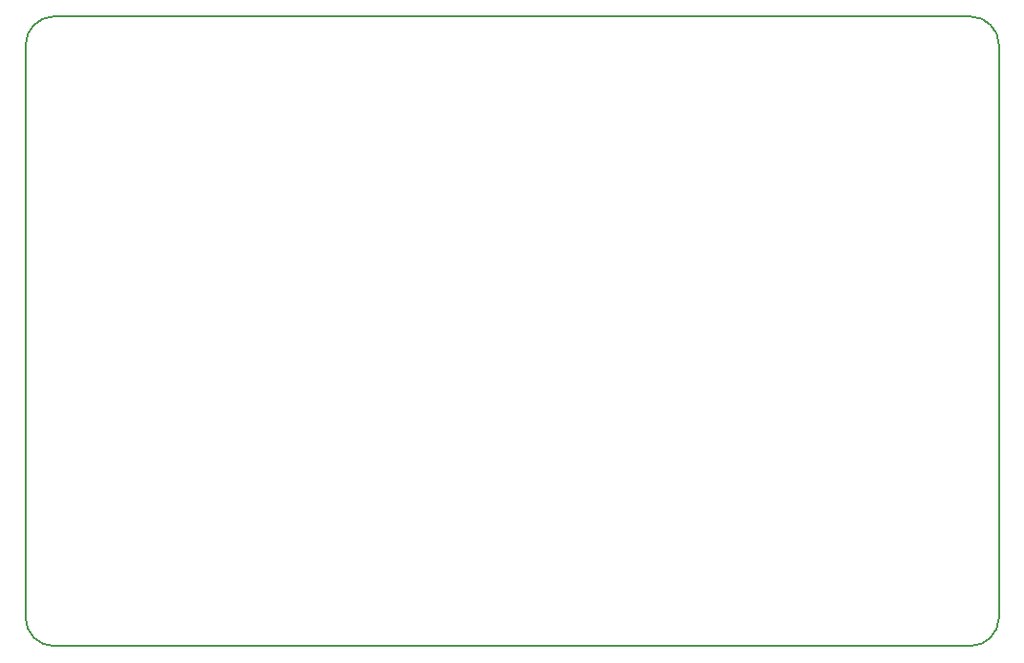
<source format=gm1>
G04 #@! TF.GenerationSoftware,KiCad,Pcbnew,(6.0.0)*
G04 #@! TF.CreationDate,2022-02-06T12:12:12-06:00*
G04 #@! TF.ProjectId,MicroMod_ATP_CarrierBoard,4d696372-6f4d-46f6-945f-4154505f4361,rev?*
G04 #@! TF.SameCoordinates,Original*
G04 #@! TF.FileFunction,Profile,NP*
%FSLAX46Y46*%
G04 Gerber Fmt 4.6, Leading zero omitted, Abs format (unit mm)*
G04 Created by KiCad (PCBNEW (6.0.0)) date 2022-02-06 12:12:12*
%MOMM*%
%LPD*%
G01*
G04 APERTURE LIST*
G04 #@! TA.AperFunction,Profile*
%ADD10C,0.203200*%
G04 #@! TD*
G04 APERTURE END LIST*
D10*
X191681100Y-79603600D02*
G75*
G03*
X189141100Y-77063600I-2540001J-1D01*
G01*
X107861100Y-77063600D02*
X189141100Y-77063600D01*
X191681100Y-79603600D02*
X191681100Y-130403600D01*
X189141100Y-132943600D02*
G75*
G03*
X191681100Y-130403600I-1J2540001D01*
G01*
X105321100Y-130403600D02*
X105321100Y-79603600D01*
X189141100Y-132943600D02*
X107861100Y-132943600D01*
X105321100Y-130403600D02*
G75*
G03*
X107861100Y-132943600I2540001J1D01*
G01*
X107861100Y-77063600D02*
G75*
G03*
X105321100Y-79603600I1J-2540001D01*
G01*
M02*

</source>
